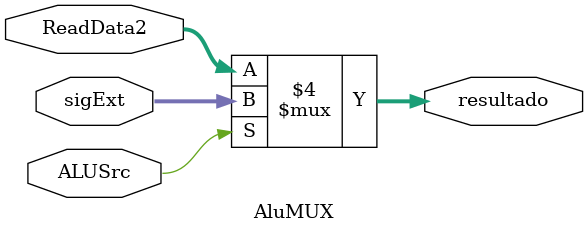
<source format=v>
`timescale 1ns / 1ps
module AluMUX(
			input [31:0] sigExt, ReadData2,
			input ALUSrc,
			output reg [31:0] resultado
    );

always @*
	begin
		if(ALUSrc==1)
			resultado = sigExt;
		else
			resultado = ReadData2;
	end

endmodule

</source>
